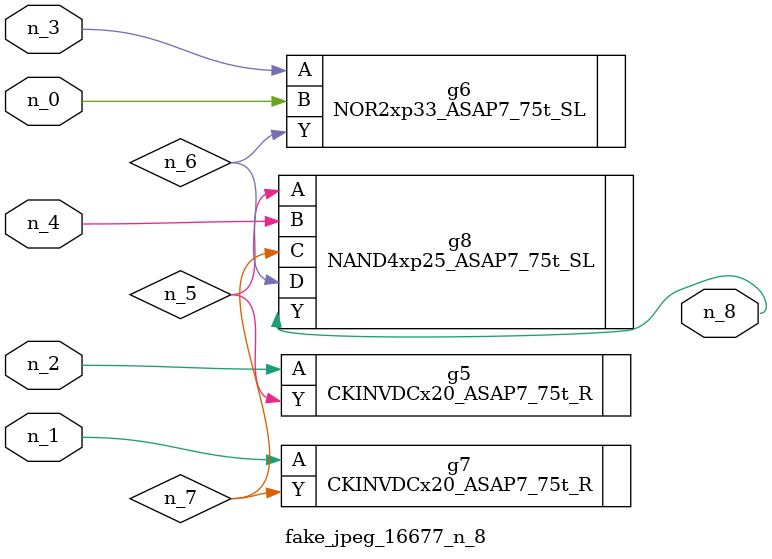
<source format=v>
module fake_jpeg_16677_n_8 (n_3, n_2, n_1, n_0, n_4, n_8);

input n_3;
input n_2;
input n_1;
input n_0;
input n_4;

output n_8;

wire n_6;
wire n_5;
wire n_7;

CKINVDCx20_ASAP7_75t_R g5 ( 
.A(n_2),
.Y(n_5)
);

NOR2xp33_ASAP7_75t_SL g6 ( 
.A(n_3),
.B(n_0),
.Y(n_6)
);

CKINVDCx20_ASAP7_75t_R g7 ( 
.A(n_1),
.Y(n_7)
);

NAND4xp25_ASAP7_75t_SL g8 ( 
.A(n_5),
.B(n_4),
.C(n_7),
.D(n_6),
.Y(n_8)
);


endmodule
</source>
